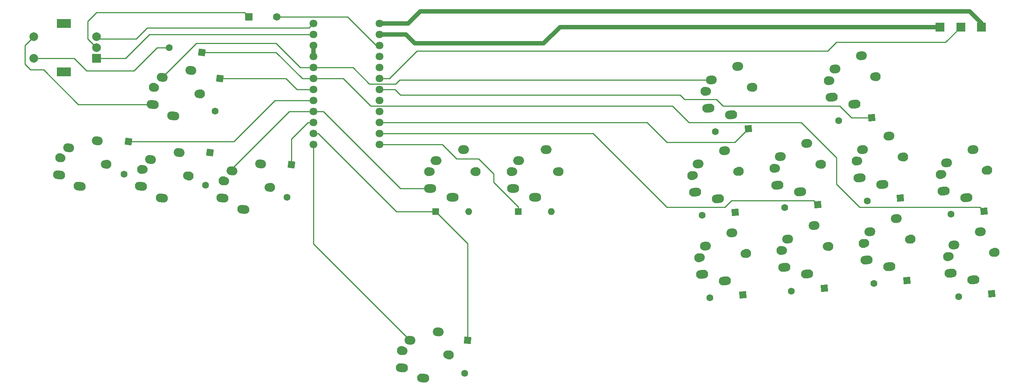
<source format=gtl>
%TF.GenerationSoftware,KiCad,Pcbnew,(6.0.9)*%
%TF.CreationDate,2023-02-21T23:29:26+05:30*%
%TF.ProjectId,Titan Keyboard,54697461-6e20-44b6-9579-626f6172642e,rev?*%
%TF.SameCoordinates,Original*%
%TF.FileFunction,Copper,L1,Top*%
%TF.FilePolarity,Positive*%
%FSLAX46Y46*%
G04 Gerber Fmt 4.6, Leading zero omitted, Abs format (unit mm)*
G04 Created by KiCad (PCBNEW (6.0.9)) date 2023-02-21 23:29:26*
%MOMM*%
%LPD*%
G01*
G04 APERTURE LIST*
G04 Aperture macros list*
%AMHorizOval*
0 Thick line with rounded ends*
0 $1 width*
0 $2 $3 position (X,Y) of the first rounded end (center of the circle)*
0 $4 $5 position (X,Y) of the second rounded end (center of the circle)*
0 Add line between two ends*
20,1,$1,$2,$3,$4,$5,0*
0 Add two circle primitives to create the rounded ends*
1,1,$1,$2,$3*
1,1,$1,$4,$5*%
%AMRotRect*
0 Rectangle, with rotation*
0 The origin of the aperture is its center*
0 $1 length*
0 $2 width*
0 $3 Rotation angle, in degrees counterclockwise*
0 Add horizontal line*
21,1,$1,$2,0,0,$3*%
G04 Aperture macros list end*
%TA.AperFunction,ComponentPad*%
%ADD10R,1.752600X1.752600*%
%TD*%
%TA.AperFunction,ComponentPad*%
%ADD11C,1.752600*%
%TD*%
%TA.AperFunction,ComponentPad*%
%ADD12C,1.800000*%
%TD*%
%TA.AperFunction,WasherPad*%
%ADD13C,2.100000*%
%TD*%
%TA.AperFunction,WasherPad*%
%ADD14C,1.900000*%
%TD*%
%TA.AperFunction,ComponentPad*%
%ADD15HorizOval,2.000000X0.396107X-0.055669X-0.396107X0.055669X0*%
%TD*%
%TA.AperFunction,ComponentPad*%
%ADD16HorizOval,2.000000X0.247567X-0.034793X-0.247567X0.034793X0*%
%TD*%
%TA.AperFunction,ComponentPad*%
%ADD17HorizOval,2.000000X0.398478X-0.034862X-0.398478X0.034862X0*%
%TD*%
%TA.AperFunction,ComponentPad*%
%ADD18HorizOval,2.000000X0.249049X-0.021789X-0.249049X0.021789X0*%
%TD*%
%TA.AperFunction,ComponentPad*%
%ADD19HorizOval,2.000000X0.249049X0.021789X-0.249049X-0.021789X0*%
%TD*%
%TA.AperFunction,ComponentPad*%
%ADD20HorizOval,2.000000X0.398478X0.034862X-0.398478X-0.034862X0*%
%TD*%
%TA.AperFunction,ComponentPad*%
%ADD21O,2.500000X2.000000*%
%TD*%
%TA.AperFunction,ComponentPad*%
%ADD22O,2.800000X2.000000*%
%TD*%
%TA.AperFunction,ComponentPad*%
%ADD23C,2.000000*%
%TD*%
%TA.AperFunction,ComponentPad*%
%ADD24R,3.200000X2.000000*%
%TD*%
%TA.AperFunction,ComponentPad*%
%ADD25R,2.000000X2.000000*%
%TD*%
%TA.AperFunction,ComponentPad*%
%ADD26R,1.600000X1.600000*%
%TD*%
%TA.AperFunction,ComponentPad*%
%ADD27O,1.600000X1.600000*%
%TD*%
%TA.AperFunction,ComponentPad*%
%ADD28RotRect,1.600000X1.600000X185.000000*%
%TD*%
%TA.AperFunction,ComponentPad*%
%ADD29HorizOval,1.600000X0.000000X0.000000X0.000000X0.000000X0*%
%TD*%
%TA.AperFunction,ComponentPad*%
%ADD30RotRect,1.600000X1.600000X262.000000*%
%TD*%
%TA.AperFunction,ComponentPad*%
%ADD31HorizOval,1.600000X0.000000X0.000000X0.000000X0.000000X0*%
%TD*%
%TA.AperFunction,ComponentPad*%
%ADD32RotRect,1.600000X1.600000X172.000000*%
%TD*%
%TA.AperFunction,ComponentPad*%
%ADD33HorizOval,1.600000X0.000000X0.000000X0.000000X0.000000X0*%
%TD*%
%TA.AperFunction,ComponentPad*%
%ADD34RotRect,1.600000X1.600000X265.000000*%
%TD*%
%TA.AperFunction,ComponentPad*%
%ADD35HorizOval,1.600000X0.000000X0.000000X0.000000X0.000000X0*%
%TD*%
%TA.AperFunction,Conductor*%
%ADD36C,1.000000*%
%TD*%
%TA.AperFunction,Conductor*%
%ADD37C,0.250000*%
%TD*%
G04 APERTURE END LIST*
D10*
%TO.P,SW1,1,1*%
%TO.N,GND*%
X95300800Y-42926000D03*
D11*
%TO.P,SW1,2,2*%
%TO.N,RESET*%
X101803200Y-42926000D03*
%TD*%
D12*
%TO.P,U1,1,TX*%
%TO.N,ENC_B*%
X110236000Y-44450000D03*
%TO.P,U1,2,RX*%
%TO.N,ENC_A*%
X110236000Y-46990000D03*
%TO.P,U1,3,GND*%
%TO.N,GND*%
X110236000Y-49530000D03*
%TO.P,U1,4,GND*%
X110236000Y-52070000D03*
%TO.P,U1,5,SDA*%
%TO.N,ROW0*%
X110236000Y-54610000D03*
%TO.P,U1,6,SCL*%
%TO.N,COL8*%
X110236000Y-57150000D03*
%TO.P,U1,7,D4*%
%TO.N,COL1*%
X110236000Y-59690000D03*
%TO.P,U1,8,C6*%
%TO.N,COL0*%
X110236000Y-62230000D03*
%TO.P,U1,9,D7*%
%TO.N,ROW1*%
X110236000Y-64770000D03*
%TO.P,U1,10,E6*%
%TO.N,COL2*%
X110236000Y-67310000D03*
%TO.P,U1,11,B4*%
%TO.N,COL3*%
X110236000Y-69850000D03*
%TO.P,U1,12,B5*%
%TO.N,ROW2*%
X110236000Y-72390000D03*
%TO.P,U1,13,B6*%
%TO.N,COL4*%
X125476000Y-72390000D03*
%TO.P,U1,14,B2*%
%TO.N,COL6*%
X125476000Y-69850000D03*
%TO.P,U1,15,B3*%
%TO.N,COL5*%
X125476000Y-67310000D03*
%TO.P,U1,16,B1*%
%TO.N,COL9*%
X125476000Y-64770000D03*
%TO.P,U1,17,F7*%
%TO.N,ROW3*%
X125476000Y-62230000D03*
%TO.P,U1,18,F6*%
%TO.N,COL7*%
X125476000Y-59690000D03*
%TO.P,U1,19,F5*%
%TO.N,LED_DAT*%
X125476000Y-57150000D03*
%TO.P,U1,20,F4*%
%TO.N,unconnected-(U1-Pad20)*%
X125476000Y-54610000D03*
%TO.P,U1,21,VCC*%
%TO.N,unconnected-(U1-Pad21)*%
X125476000Y-52070000D03*
%TO.P,U1,22,RST*%
%TO.N,RESET*%
X125476000Y-49530000D03*
%TO.P,U1,23,GND*%
%TO.N,GND*%
X125476000Y-46990000D03*
%TO.P,U1,24,RAW*%
%TO.N,+5V*%
X125476000Y-44450000D03*
%TD*%
D13*
%TO.P,SW12,*%
%TO.N,*%
X100315474Y-82299452D03*
D14*
X89838438Y-80827001D03*
D13*
X89422526Y-80768548D03*
D14*
X99899562Y-82240999D03*
D15*
%TO.P,SW12,1,1*%
%TO.N,ROW1*%
X89275858Y-84686263D03*
D16*
X91449578Y-78488470D03*
D15*
%TO.P,SW12,2,2*%
%TO.N,Net-(D11-Pad2)*%
X94047879Y-87376582D03*
D16*
X98091280Y-76856938D03*
%TD*%
D13*
%TO.P,SW18,*%
%TO.N,*%
X130588729Y-119967443D03*
D14*
X131007131Y-120004049D03*
X141128469Y-120889551D03*
D13*
X141546871Y-120926157D03*
D17*
%TO.P,SW18,1,1*%
%TO.N,ROW2*%
X130647300Y-123887465D03*
D18*
X132493674Y-117584402D03*
%TO.P,SW18,2,2*%
%TO.N,Net-(D17-Pad2)*%
X139040886Y-115607507D03*
D17*
X135553581Y-126324349D03*
%TD*%
D13*
%TO.P,SW33,*%
%TO.N,*%
X240022671Y-56670643D03*
D14*
X239604269Y-56707249D03*
D13*
X229064529Y-57629357D03*
D14*
X229482931Y-57592751D03*
D19*
%TO.P,SW33,1,1*%
%TO.N,ROW0*%
X230526723Y-54951729D03*
D20*
X229802914Y-61479654D03*
D19*
%TO.P,SW33,2,2*%
%TO.N,Net-(D32-Pad2)*%
X236631183Y-51867955D03*
D20*
X235057819Y-63027549D03*
%TD*%
D13*
%TO.P,SW35,*%
%TO.N,*%
X248074471Y-94237243D03*
D14*
X247656069Y-94273849D03*
D13*
X237116329Y-95195957D03*
D14*
X237534731Y-95159351D03*
D19*
%TO.P,SW35,1,1*%
%TO.N,ROW2*%
X238578523Y-92518329D03*
D20*
X237854714Y-99046254D03*
D19*
%TO.P,SW35,2,2*%
%TO.N,Net-(D34-Pad2)*%
X244682983Y-89434555D03*
D20*
X243109619Y-100594149D03*
%TD*%
D13*
%TO.P,SW17,*%
%TO.N,*%
X136790800Y-78638400D03*
D14*
X137210800Y-78638400D03*
X147370800Y-78638400D03*
D13*
X147790800Y-78638400D03*
D21*
%TO.P,SW17,1,1*%
%TO.N,ROW1*%
X138480800Y-76098400D03*
D22*
X137190800Y-82538400D03*
%TO.P,SW17,2,2*%
%TO.N,Net-(D16-Pad2)*%
X142290800Y-84538400D03*
D21*
X144830800Y-73558400D03*
%TD*%
D23*
%TO.P,SW4,S2,S2*%
%TO.N,Net-(D3-Pad2)*%
X45709000Y-52506250D03*
%TO.P,SW4,S1,S1*%
%TO.N,ROW0*%
X45709000Y-47506250D03*
D24*
%TO.P,SW4,MP*%
%TO.N,N/C*%
X52709000Y-44406250D03*
X52709000Y-55606250D03*
D23*
%TO.P,SW4,C,C*%
%TO.N,GND*%
X60209000Y-50006250D03*
%TO.P,SW4,B,B*%
%TO.N,ENC_B*%
X60209000Y-47506250D03*
D25*
%TO.P,SW4,A,A*%
%TO.N,ENC_A*%
X60209000Y-52506250D03*
%TD*%
D13*
%TO.P,SW8,*%
%TO.N,*%
X70626526Y-78101548D03*
D14*
X81103562Y-79573999D03*
D13*
X81519474Y-79632452D03*
D14*
X71042438Y-78160001D03*
D16*
%TO.P,SW8,1,1*%
%TO.N,ROW1*%
X72653578Y-75821470D03*
D15*
X70479858Y-82019263D03*
%TO.P,SW8,2,2*%
%TO.N,Net-(D7-Pad2)*%
X75251879Y-84709582D03*
D16*
X79295280Y-74189938D03*
%TD*%
D13*
%TO.P,SW39,*%
%TO.N,*%
X267480071Y-97285243D03*
X256521929Y-98243957D03*
D14*
X267061669Y-97321849D03*
X256940331Y-98207351D03*
D20*
%TO.P,SW39,1,1*%
%TO.N,ROW2*%
X257260314Y-102094254D03*
D19*
X257984123Y-95566329D03*
%TO.P,SW39,2,2*%
%TO.N,Net-(D38-Pad2)*%
X264088583Y-92482555D03*
D20*
X262515219Y-103642149D03*
%TD*%
D13*
%TO.P,SW26,*%
%TO.N,*%
X208475871Y-78565443D03*
D14*
X197936131Y-79487551D03*
D13*
X197517729Y-79524157D03*
D14*
X208057469Y-78602049D03*
D19*
%TO.P,SW26,1,1*%
%TO.N,ROW1*%
X198979923Y-76846529D03*
D20*
X198256114Y-83374454D03*
D19*
%TO.P,SW26,2,2*%
%TO.N,Net-(D25-Pad2)*%
X205084383Y-73762755D03*
D20*
X203511019Y-84922349D03*
%TD*%
D13*
%TO.P,SW38,*%
%TO.N,*%
X265803671Y-78311443D03*
D14*
X265385269Y-78348049D03*
D13*
X254845529Y-79270157D03*
D14*
X255263931Y-79233551D03*
D20*
%TO.P,SW38,1,1*%
%TO.N,ROW1*%
X255583914Y-83120454D03*
D19*
X256307723Y-76592529D03*
%TO.P,SW38,2,2*%
%TO.N,Net-(D37-Pad2)*%
X262412183Y-73508755D03*
D20*
X260838819Y-84668349D03*
%TD*%
D14*
%TO.P,SW21,*%
%TO.N,*%
X156286200Y-78638400D03*
D13*
X155866200Y-78638400D03*
D14*
X166446200Y-78638400D03*
D13*
X166866200Y-78638400D03*
D21*
%TO.P,SW21,1,1*%
%TO.N,ROW1*%
X157556200Y-76098400D03*
D22*
X156266200Y-82538400D03*
D21*
%TO.P,SW21,2,2*%
%TO.N,Net-(D20-Pad2)*%
X163906200Y-73558400D03*
D22*
X161366200Y-84538400D03*
%TD*%
D14*
%TO.P,SW25,*%
%TO.N,*%
X201009531Y-60081951D03*
D13*
X211549271Y-59159843D03*
X200591129Y-60118557D03*
D14*
X211130869Y-59196449D03*
D19*
%TO.P,SW25,1,1*%
%TO.N,ROW0*%
X202053323Y-57440929D03*
D20*
X201329514Y-63968854D03*
%TO.P,SW25,2,2*%
%TO.N,Net-(D24-Pad2)*%
X206584419Y-65516749D03*
D19*
X208157783Y-54357155D03*
%TD*%
D14*
%TO.P,SW2,*%
%TO.N,*%
X62180562Y-76906999D03*
D13*
X62596474Y-76965452D03*
X51703526Y-75434548D03*
D14*
X52119438Y-75493001D03*
D15*
%TO.P,SW2,1,1*%
%TO.N,ROW1*%
X51556858Y-79352263D03*
D16*
X53730578Y-73154470D03*
D15*
%TO.P,SW2,2,2*%
%TO.N,Net-(D1-Pad2)*%
X56328879Y-82042582D03*
D16*
X60372280Y-71522938D03*
%TD*%
D13*
%TO.P,SW27,*%
%TO.N,*%
X199168729Y-98497957D03*
D14*
X209708469Y-97575849D03*
D13*
X210126871Y-97539243D03*
D14*
X199587131Y-98461351D03*
D20*
%TO.P,SW27,1,1*%
%TO.N,ROW2*%
X199907114Y-102348254D03*
D19*
X200630923Y-95820329D03*
D20*
%TO.P,SW27,2,2*%
%TO.N,Net-(D26-Pad2)*%
X205162019Y-103896149D03*
D19*
X206735383Y-92736555D03*
%TD*%
D14*
%TO.P,SW3,*%
%TO.N,*%
X73709438Y-59237001D03*
D13*
X73293526Y-59178548D03*
D14*
X83770562Y-60650999D03*
D13*
X84186474Y-60709452D03*
D15*
%TO.P,SW3,1,1*%
%TO.N,ROW0*%
X73146858Y-63096263D03*
D16*
X75320578Y-56898470D03*
D15*
%TO.P,SW3,2,2*%
%TO.N,Net-(D2-Pad2)*%
X77918879Y-65786582D03*
D16*
X81962280Y-55266938D03*
%TD*%
D14*
%TO.P,SW31,*%
%TO.N,*%
X218560931Y-96810351D03*
X228682269Y-95924849D03*
D13*
X218142529Y-96846957D03*
X229100671Y-95888243D03*
D19*
%TO.P,SW31,1,1*%
%TO.N,ROW2*%
X219604723Y-94169329D03*
D20*
X218880914Y-100697254D03*
D19*
%TO.P,SW31,2,2*%
%TO.N,Net-(D30-Pad2)*%
X225709183Y-91085555D03*
D20*
X224135819Y-102245149D03*
%TD*%
D13*
%TO.P,SW34,*%
%TO.N,*%
X235465329Y-76196757D03*
D14*
X235883731Y-76160151D03*
D13*
X246423471Y-75238043D03*
D14*
X246005069Y-75274649D03*
D20*
%TO.P,SW34,1,1*%
%TO.N,ROW1*%
X236203714Y-80047054D03*
D19*
X236927523Y-73519129D03*
%TO.P,SW34,2,2*%
%TO.N,Net-(D33-Pad2)*%
X243031983Y-70435355D03*
D20*
X241458619Y-81594949D03*
%TD*%
D13*
%TO.P,SW30,*%
%TO.N,*%
X216491529Y-77873157D03*
D14*
X227031269Y-76951049D03*
X216909931Y-77836551D03*
D13*
X227449671Y-76914443D03*
D20*
%TO.P,SW30,1,1*%
%TO.N,ROW1*%
X217229914Y-81723454D03*
D19*
X217953723Y-75195529D03*
%TO.P,SW30,2,2*%
%TO.N,Net-(D29-Pad2)*%
X224058183Y-72111755D03*
D20*
X222484819Y-83271349D03*
%TD*%
D26*
%TO.P,D20,1,K*%
%TO.N,COL4*%
X157480000Y-87884000D03*
D27*
%TO.P,D20,2,A*%
%TO.N,Net-(D20-Pad2)*%
X165100000Y-87884000D03*
%TD*%
D28*
%TO.P,D38,1,K*%
%TO.N,COL8*%
X266685502Y-106855937D03*
D29*
%TO.P,D38,2,A*%
%TO.N,Net-(D38-Pad2)*%
X259094498Y-107520064D03*
%TD*%
D30*
%TO.P,D11,1,K*%
%TO.N,COL2*%
X105178250Y-76999079D03*
D31*
%TO.P,D11,2,A*%
%TO.N,Net-(D11-Pad2)*%
X104117751Y-84544922D03*
%TD*%
D25*
%TO.P,J2,1,Pin_1*%
%TO.N,LED_DAT*%
X259556250Y-45243750D03*
%TD*%
D26*
%TO.P,D16,1,K*%
%TO.N,COL3*%
X138430000Y-87884000D03*
D27*
%TO.P,D16,2,A*%
%TO.N,Net-(D16-Pad2)*%
X146050000Y-87884000D03*
%TD*%
D28*
%TO.P,D29,1,K*%
%TO.N,COL6*%
X226553502Y-86281937D03*
D29*
%TO.P,D29,2,A*%
%TO.N,Net-(D29-Pad2)*%
X218962498Y-86946064D03*
%TD*%
D28*
%TO.P,D34,1,K*%
%TO.N,COL7*%
X247127502Y-103807937D03*
D29*
%TO.P,D34,2,A*%
%TO.N,Net-(D34-Pad2)*%
X239536498Y-104472064D03*
%TD*%
D28*
%TO.P,D26,1,K*%
%TO.N,COL5*%
X209281502Y-107109937D03*
D29*
%TO.P,D26,2,A*%
%TO.N,Net-(D26-Pad2)*%
X201690498Y-107774064D03*
%TD*%
D28*
%TO.P,D24,1,K*%
%TO.N,COL5*%
X210551502Y-68755937D03*
D29*
%TO.P,D24,2,A*%
%TO.N,Net-(D24-Pad2)*%
X202960498Y-69420064D03*
%TD*%
D30*
%TO.P,D2,1,K*%
%TO.N,COL1*%
X88646000Y-57150000D03*
D31*
%TO.P,D2,2,A*%
%TO.N,Net-(D2-Pad2)*%
X87585501Y-64695843D03*
%TD*%
D32*
%TO.P,D3,1,K*%
%TO.N,COL8*%
X84507843Y-51098499D03*
D33*
%TO.P,D3,2,A*%
%TO.N,Net-(D3-Pad2)*%
X76962000Y-50038000D03*
%TD*%
D28*
%TO.P,D32,1,K*%
%TO.N,COL7*%
X238999502Y-66215937D03*
D29*
%TO.P,D32,2,A*%
%TO.N,Net-(D32-Pad2)*%
X231408498Y-66880064D03*
%TD*%
D30*
%TO.P,D7,1,K*%
%TO.N,COL1*%
X86382250Y-74205079D03*
D31*
%TO.P,D7,2,A*%
%TO.N,Net-(D7-Pad2)*%
X85321751Y-81750922D03*
%TD*%
D25*
%TO.P,J1,1,Pin_1*%
%TO.N,+5V*%
X264318750Y-45243750D03*
%TD*%
%TO.P,J3,1,Pin_1*%
%TO.N,GND*%
X254793750Y-45243750D03*
%TD*%
D28*
%TO.P,D30,1,K*%
%TO.N,COL6*%
X228077502Y-105585936D03*
D29*
%TO.P,D30,2,A*%
%TO.N,Net-(D30-Pad2)*%
X220486498Y-106250063D03*
%TD*%
D34*
%TO.P,D17,1,K*%
%TO.N,COL3*%
X145796000Y-117602000D03*
D35*
%TO.P,D17,2,A*%
%TO.N,Net-(D17-Pad2)*%
X145131873Y-125193004D03*
%TD*%
D28*
%TO.P,D37,1,K*%
%TO.N,COL8*%
X264907502Y-87805937D03*
D29*
%TO.P,D37,2,A*%
%TO.N,Net-(D37-Pad2)*%
X257316498Y-88470064D03*
%TD*%
D28*
%TO.P,D25,1,K*%
%TO.N,COL5*%
X207503502Y-88059937D03*
D29*
%TO.P,D25,2,A*%
%TO.N,Net-(D25-Pad2)*%
X199912498Y-88724064D03*
%TD*%
D30*
%TO.P,D1,1,K*%
%TO.N,COL0*%
X67586250Y-71665079D03*
D31*
%TO.P,D1,2,A*%
%TO.N,Net-(D1-Pad2)*%
X66525751Y-79210922D03*
%TD*%
D28*
%TO.P,D33,1,K*%
%TO.N,COL7*%
X245603502Y-84757937D03*
D29*
%TO.P,D33,2,A*%
%TO.N,Net-(D33-Pad2)*%
X238012498Y-85422064D03*
%TD*%
D36*
%TO.N,+5V*%
X264318750Y-44354750D02*
X264318750Y-45243750D01*
X261620000Y-41656000D02*
X264318750Y-44354750D01*
X134874000Y-41656000D02*
X261620000Y-41656000D01*
X125476000Y-44450000D02*
X132080000Y-44450000D01*
X132080000Y-44450000D02*
X134874000Y-41656000D01*
%TO.N,GND*%
X131572000Y-46990000D02*
X125476000Y-46990000D01*
X133604000Y-49022000D02*
X131572000Y-46990000D01*
X163322000Y-49022000D02*
X133604000Y-49022000D01*
X254793750Y-45243750D02*
X167100250Y-45243750D01*
X167100250Y-45243750D02*
X163322000Y-49022000D01*
D37*
%TO.N,ROW0*%
X129193833Y-58375000D02*
X130127904Y-57440929D01*
X119380000Y-54610000D02*
X123145000Y-58375000D01*
X123145000Y-58375000D02*
X129193833Y-58375000D01*
X110236000Y-54610000D02*
X119380000Y-54610000D01*
X130127904Y-57440929D02*
X202053323Y-57440929D01*
%TO.N,LED_DAT*%
X256032000Y-48768000D02*
X259556250Y-45243750D01*
X228854000Y-50800000D02*
X230886000Y-48768000D01*
X230886000Y-48768000D02*
X256032000Y-48768000D01*
X134112000Y-50800000D02*
X228854000Y-50800000D01*
X125476000Y-57150000D02*
X127762000Y-57150000D01*
X127762000Y-57150000D02*
X134112000Y-50800000D01*
%TO.N,COL7*%
X234363937Y-66215937D02*
X238999502Y-66215937D01*
X231648000Y-63500000D02*
X234363937Y-66215937D01*
X204724000Y-63500000D02*
X231648000Y-63500000D01*
X203200000Y-61976000D02*
X204724000Y-63500000D01*
X194818000Y-60960000D02*
X195834000Y-61976000D01*
X195834000Y-61976000D02*
X203200000Y-61976000D01*
X129032000Y-59690000D02*
X130302000Y-60960000D01*
X125476000Y-59690000D02*
X129032000Y-59690000D01*
X130302000Y-60960000D02*
X194818000Y-60960000D01*
%TO.N,COL8*%
X263969565Y-86868000D02*
X264907502Y-87805937D01*
X236220000Y-86868000D02*
X263969565Y-86868000D01*
X230886000Y-75438000D02*
X230886000Y-81534000D01*
X230886000Y-81534000D02*
X236220000Y-86868000D01*
X222758000Y-67310000D02*
X230886000Y-75438000D01*
X196850000Y-67310000D02*
X222758000Y-67310000D01*
X123444000Y-63500000D02*
X193040000Y-63500000D01*
X117094000Y-57150000D02*
X123444000Y-63500000D01*
X193040000Y-63500000D02*
X196850000Y-67310000D01*
X110236000Y-57150000D02*
X117094000Y-57150000D01*
D36*
%TO.N,GND*%
X110236000Y-49530000D02*
X110236000Y-52070000D01*
D37*
%TO.N,COL5*%
X187198000Y-67310000D02*
X191770000Y-71882000D01*
X125476000Y-67310000D02*
X187198000Y-67310000D01*
X191770000Y-71882000D02*
X207425439Y-71882000D01*
X207425439Y-71882000D02*
X210551502Y-68755937D01*
%TO.N,COL6*%
X206698222Y-85344000D02*
X225615565Y-85344000D01*
X205174222Y-86868000D02*
X206698222Y-85344000D01*
X174752000Y-69850000D02*
X191770000Y-86868000D01*
X191770000Y-86868000D02*
X205174222Y-86868000D01*
X225615565Y-85344000D02*
X226553502Y-86281937D01*
X125476000Y-69850000D02*
X174752000Y-69850000D01*
%TO.N,COL4*%
X157480000Y-86785178D02*
X157480000Y-87884000D01*
X151804983Y-81110161D02*
X157480000Y-86785178D01*
X143256000Y-75692000D02*
X148336000Y-75692000D01*
X139954000Y-72390000D02*
X143256000Y-75692000D01*
X148336000Y-75692000D02*
X151804983Y-79160983D01*
X151804983Y-79160983D02*
X151804983Y-81110161D01*
X125476000Y-72390000D02*
X139954000Y-72390000D01*
%TO.N,ROW1*%
X130290400Y-82538400D02*
X137190800Y-82538400D01*
X112522000Y-64770000D02*
X130290400Y-82538400D01*
X110236000Y-64770000D02*
X112522000Y-64770000D01*
%TO.N,COL3*%
X111385099Y-69850000D02*
X129419099Y-87884000D01*
X129419099Y-87884000D02*
X138430000Y-87884000D01*
X110236000Y-69850000D02*
X111385099Y-69850000D01*
X145796000Y-95250000D02*
X138430000Y-87884000D01*
X145796000Y-117602000D02*
X145796000Y-95250000D01*
%TO.N,ROW2*%
X110236000Y-95326728D02*
X132493674Y-117584402D01*
X110236000Y-72390000D02*
X110236000Y-95326728D01*
%TO.N,ROW1*%
X104648000Y-64770000D02*
X91449578Y-77968422D01*
X110236000Y-64770000D02*
X104648000Y-64770000D01*
X91449578Y-77968422D02*
X91449578Y-78488470D01*
%TO.N,COL2*%
X108966000Y-67310000D02*
X110236000Y-67310000D01*
X105178250Y-71097750D02*
X108966000Y-67310000D01*
X105178250Y-76999079D02*
X105178250Y-71097750D01*
%TO.N,COL0*%
X101346000Y-62230000D02*
X110236000Y-62230000D01*
X91910921Y-71665079D02*
X101346000Y-62230000D01*
X67586250Y-71665079D02*
X91910921Y-71665079D01*
%TO.N,COL8*%
X107696000Y-57150000D02*
X110236000Y-57150000D01*
X101644499Y-51098499D02*
X107696000Y-57150000D01*
X84507843Y-51098499D02*
X101644499Y-51098499D01*
%TO.N,COL1*%
X88646000Y-57150000D02*
X103886000Y-57150000D01*
X103886000Y-57150000D02*
X106426000Y-59690000D01*
X106426000Y-59690000D02*
X110236000Y-59690000D01*
%TO.N,ROW0*%
X83197048Y-49022000D02*
X75320578Y-56898470D01*
X107188000Y-54610000D02*
X101600000Y-49022000D01*
X101600000Y-49022000D02*
X83197048Y-49022000D01*
X110236000Y-54610000D02*
X107188000Y-54610000D01*
%TO.N,GND*%
X94284800Y-41910000D02*
X95300800Y-42926000D01*
X58166000Y-43942000D02*
X60198000Y-41910000D01*
X58166000Y-47963250D02*
X58166000Y-43942000D01*
X60209000Y-50006250D02*
X58166000Y-47963250D01*
X60198000Y-41910000D02*
X94284800Y-41910000D01*
%TO.N,ROW0*%
X44958000Y-55118000D02*
X48006000Y-55118000D01*
X43688000Y-53848000D02*
X44958000Y-55118000D01*
X55984263Y-63096263D02*
X73146858Y-63096263D01*
X43688000Y-49527250D02*
X43688000Y-53848000D01*
X45709000Y-47506250D02*
X43688000Y-49527250D01*
X48006000Y-55118000D02*
X55984263Y-63096263D01*
%TO.N,Net-(D3-Pad2)*%
X68834000Y-55372000D02*
X74168000Y-50038000D01*
X74168000Y-50038000D02*
X76962000Y-50038000D01*
X57912000Y-55372000D02*
X68834000Y-55372000D01*
X55046250Y-52506250D02*
X57912000Y-55372000D01*
X45709000Y-52506250D02*
X55046250Y-52506250D01*
%TO.N,ENC_A*%
X72390000Y-46990000D02*
X110236000Y-46990000D01*
X66873750Y-52506250D02*
X72390000Y-46990000D01*
X60209000Y-52506250D02*
X66873750Y-52506250D01*
%TO.N,RESET*%
X124714000Y-49530000D02*
X125476000Y-49530000D01*
X118110000Y-42926000D02*
X124714000Y-49530000D01*
X101803200Y-42926000D02*
X118110000Y-42926000D01*
%TO.N,ENC_B*%
X109220000Y-45466000D02*
X110236000Y-44450000D01*
X71882000Y-45466000D02*
X109220000Y-45466000D01*
X69342000Y-48006000D02*
X71882000Y-45466000D01*
X60708750Y-48006000D02*
X69342000Y-48006000D01*
X60209000Y-47506250D02*
X60708750Y-48006000D01*
%TD*%
M02*

</source>
